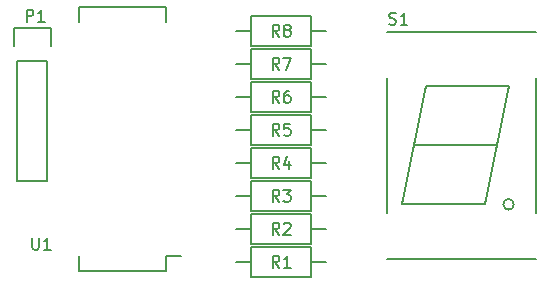
<source format=gto>
G04 #@! TF.FileFunction,Legend,Top*
%FSLAX46Y46*%
G04 Gerber Fmt 4.6, Leading zero omitted, Abs format (unit mm)*
G04 Created by KiCad (PCBNEW (2015-11-17 BZR 6321)-product) date Tue 01 Dec 2015 04:11:32 PM PST*
%MOMM*%
G01*
G04 APERTURE LIST*
%ADD10C,0.100000*%
%ADD11C,0.150000*%
G04 APERTURE END LIST*
D10*
D11*
X153898000Y-117348000D02*
X153898000Y-115798000D01*
X153898000Y-115798000D02*
X156998000Y-115798000D01*
X156998000Y-115798000D02*
X156998000Y-117348000D01*
X156718000Y-118618000D02*
X156718000Y-128778000D01*
X156718000Y-128778000D02*
X154178000Y-128778000D01*
X154178000Y-128778000D02*
X154178000Y-118618000D01*
X156718000Y-118618000D02*
X154178000Y-118618000D01*
X179070000Y-136906000D02*
X173990000Y-136906000D01*
X173990000Y-136906000D02*
X173990000Y-134366000D01*
X173990000Y-134366000D02*
X179070000Y-134366000D01*
X179070000Y-134366000D02*
X179070000Y-136906000D01*
X179070000Y-135636000D02*
X180340000Y-135636000D01*
X173990000Y-135636000D02*
X172720000Y-135636000D01*
X179070000Y-134112000D02*
X173990000Y-134112000D01*
X173990000Y-134112000D02*
X173990000Y-131572000D01*
X173990000Y-131572000D02*
X179070000Y-131572000D01*
X179070000Y-131572000D02*
X179070000Y-134112000D01*
X179070000Y-132842000D02*
X180340000Y-132842000D01*
X173990000Y-132842000D02*
X172720000Y-132842000D01*
X179070000Y-131318000D02*
X173990000Y-131318000D01*
X173990000Y-131318000D02*
X173990000Y-128778000D01*
X173990000Y-128778000D02*
X179070000Y-128778000D01*
X179070000Y-128778000D02*
X179070000Y-131318000D01*
X179070000Y-130048000D02*
X180340000Y-130048000D01*
X173990000Y-130048000D02*
X172720000Y-130048000D01*
X179070000Y-128524000D02*
X173990000Y-128524000D01*
X173990000Y-128524000D02*
X173990000Y-125984000D01*
X173990000Y-125984000D02*
X179070000Y-125984000D01*
X179070000Y-125984000D02*
X179070000Y-128524000D01*
X179070000Y-127254000D02*
X180340000Y-127254000D01*
X173990000Y-127254000D02*
X172720000Y-127254000D01*
X179070000Y-125730000D02*
X173990000Y-125730000D01*
X173990000Y-125730000D02*
X173990000Y-123190000D01*
X173990000Y-123190000D02*
X179070000Y-123190000D01*
X179070000Y-123190000D02*
X179070000Y-125730000D01*
X179070000Y-124460000D02*
X180340000Y-124460000D01*
X173990000Y-124460000D02*
X172720000Y-124460000D01*
X179070000Y-122936000D02*
X173990000Y-122936000D01*
X173990000Y-122936000D02*
X173990000Y-120396000D01*
X173990000Y-120396000D02*
X179070000Y-120396000D01*
X179070000Y-120396000D02*
X179070000Y-122936000D01*
X179070000Y-121666000D02*
X180340000Y-121666000D01*
X173990000Y-121666000D02*
X172720000Y-121666000D01*
X179070000Y-120142000D02*
X173990000Y-120142000D01*
X173990000Y-120142000D02*
X173990000Y-117602000D01*
X173990000Y-117602000D02*
X179070000Y-117602000D01*
X179070000Y-117602000D02*
X179070000Y-120142000D01*
X179070000Y-118872000D02*
X180340000Y-118872000D01*
X173990000Y-118872000D02*
X172720000Y-118872000D01*
X179070000Y-117348000D02*
X173990000Y-117348000D01*
X173990000Y-117348000D02*
X173990000Y-114808000D01*
X173990000Y-114808000D02*
X179070000Y-114808000D01*
X179070000Y-114808000D02*
X179070000Y-117348000D01*
X179070000Y-116078000D02*
X180340000Y-116078000D01*
X173990000Y-116078000D02*
X172720000Y-116078000D01*
X196217214Y-130730000D02*
G75*
G03X196217214Y-130730000I-447214J0D01*
G01*
X188770000Y-120730000D02*
X187770000Y-125730000D01*
X187770000Y-125730000D02*
X186770000Y-130730000D01*
X186770000Y-130730000D02*
X193770000Y-130730000D01*
X193770000Y-130730000D02*
X194770000Y-125730000D01*
X195770000Y-120730000D02*
X194770000Y-125730000D01*
X194770000Y-125730000D02*
X187770000Y-125730000D01*
X188770000Y-120730000D02*
X195770000Y-120730000D01*
X198070000Y-135330000D02*
X185470000Y-135330000D01*
X185470000Y-120030000D02*
X185470000Y-131430000D01*
X198070000Y-120030000D02*
X198070000Y-131430000D01*
X185470000Y-116130000D02*
X198070000Y-116130000D01*
X166743000Y-136407000D02*
X166743000Y-135137000D01*
X159393000Y-136407000D02*
X159393000Y-135137000D01*
X159393000Y-114037000D02*
X159393000Y-115307000D01*
X166743000Y-114037000D02*
X166743000Y-115307000D01*
X166743000Y-136407000D02*
X159393000Y-136407000D01*
X166743000Y-114037000D02*
X159393000Y-114037000D01*
X166743000Y-135137000D02*
X168028000Y-135137000D01*
X154963905Y-115260381D02*
X154963905Y-114260381D01*
X155344858Y-114260381D01*
X155440096Y-114308000D01*
X155487715Y-114355619D01*
X155535334Y-114450857D01*
X155535334Y-114593714D01*
X155487715Y-114688952D01*
X155440096Y-114736571D01*
X155344858Y-114784190D01*
X154963905Y-114784190D01*
X156487715Y-115260381D02*
X155916286Y-115260381D01*
X156202000Y-115260381D02*
X156202000Y-114260381D01*
X156106762Y-114403238D01*
X156011524Y-114498476D01*
X155916286Y-114546095D01*
X176363334Y-136088381D02*
X176030000Y-135612190D01*
X175791905Y-136088381D02*
X175791905Y-135088381D01*
X176172858Y-135088381D01*
X176268096Y-135136000D01*
X176315715Y-135183619D01*
X176363334Y-135278857D01*
X176363334Y-135421714D01*
X176315715Y-135516952D01*
X176268096Y-135564571D01*
X176172858Y-135612190D01*
X175791905Y-135612190D01*
X177315715Y-136088381D02*
X176744286Y-136088381D01*
X177030000Y-136088381D02*
X177030000Y-135088381D01*
X176934762Y-135231238D01*
X176839524Y-135326476D01*
X176744286Y-135374095D01*
X176363334Y-133294381D02*
X176030000Y-132818190D01*
X175791905Y-133294381D02*
X175791905Y-132294381D01*
X176172858Y-132294381D01*
X176268096Y-132342000D01*
X176315715Y-132389619D01*
X176363334Y-132484857D01*
X176363334Y-132627714D01*
X176315715Y-132722952D01*
X176268096Y-132770571D01*
X176172858Y-132818190D01*
X175791905Y-132818190D01*
X176744286Y-132389619D02*
X176791905Y-132342000D01*
X176887143Y-132294381D01*
X177125239Y-132294381D01*
X177220477Y-132342000D01*
X177268096Y-132389619D01*
X177315715Y-132484857D01*
X177315715Y-132580095D01*
X177268096Y-132722952D01*
X176696667Y-133294381D01*
X177315715Y-133294381D01*
X176363334Y-130500381D02*
X176030000Y-130024190D01*
X175791905Y-130500381D02*
X175791905Y-129500381D01*
X176172858Y-129500381D01*
X176268096Y-129548000D01*
X176315715Y-129595619D01*
X176363334Y-129690857D01*
X176363334Y-129833714D01*
X176315715Y-129928952D01*
X176268096Y-129976571D01*
X176172858Y-130024190D01*
X175791905Y-130024190D01*
X176696667Y-129500381D02*
X177315715Y-129500381D01*
X176982381Y-129881333D01*
X177125239Y-129881333D01*
X177220477Y-129928952D01*
X177268096Y-129976571D01*
X177315715Y-130071810D01*
X177315715Y-130309905D01*
X177268096Y-130405143D01*
X177220477Y-130452762D01*
X177125239Y-130500381D01*
X176839524Y-130500381D01*
X176744286Y-130452762D01*
X176696667Y-130405143D01*
X176363334Y-127706381D02*
X176030000Y-127230190D01*
X175791905Y-127706381D02*
X175791905Y-126706381D01*
X176172858Y-126706381D01*
X176268096Y-126754000D01*
X176315715Y-126801619D01*
X176363334Y-126896857D01*
X176363334Y-127039714D01*
X176315715Y-127134952D01*
X176268096Y-127182571D01*
X176172858Y-127230190D01*
X175791905Y-127230190D01*
X177220477Y-127039714D02*
X177220477Y-127706381D01*
X176982381Y-126658762D02*
X176744286Y-127373048D01*
X177363334Y-127373048D01*
X176363334Y-124912381D02*
X176030000Y-124436190D01*
X175791905Y-124912381D02*
X175791905Y-123912381D01*
X176172858Y-123912381D01*
X176268096Y-123960000D01*
X176315715Y-124007619D01*
X176363334Y-124102857D01*
X176363334Y-124245714D01*
X176315715Y-124340952D01*
X176268096Y-124388571D01*
X176172858Y-124436190D01*
X175791905Y-124436190D01*
X177268096Y-123912381D02*
X176791905Y-123912381D01*
X176744286Y-124388571D01*
X176791905Y-124340952D01*
X176887143Y-124293333D01*
X177125239Y-124293333D01*
X177220477Y-124340952D01*
X177268096Y-124388571D01*
X177315715Y-124483810D01*
X177315715Y-124721905D01*
X177268096Y-124817143D01*
X177220477Y-124864762D01*
X177125239Y-124912381D01*
X176887143Y-124912381D01*
X176791905Y-124864762D01*
X176744286Y-124817143D01*
X176363334Y-122118381D02*
X176030000Y-121642190D01*
X175791905Y-122118381D02*
X175791905Y-121118381D01*
X176172858Y-121118381D01*
X176268096Y-121166000D01*
X176315715Y-121213619D01*
X176363334Y-121308857D01*
X176363334Y-121451714D01*
X176315715Y-121546952D01*
X176268096Y-121594571D01*
X176172858Y-121642190D01*
X175791905Y-121642190D01*
X177220477Y-121118381D02*
X177030000Y-121118381D01*
X176934762Y-121166000D01*
X176887143Y-121213619D01*
X176791905Y-121356476D01*
X176744286Y-121546952D01*
X176744286Y-121927905D01*
X176791905Y-122023143D01*
X176839524Y-122070762D01*
X176934762Y-122118381D01*
X177125239Y-122118381D01*
X177220477Y-122070762D01*
X177268096Y-122023143D01*
X177315715Y-121927905D01*
X177315715Y-121689810D01*
X177268096Y-121594571D01*
X177220477Y-121546952D01*
X177125239Y-121499333D01*
X176934762Y-121499333D01*
X176839524Y-121546952D01*
X176791905Y-121594571D01*
X176744286Y-121689810D01*
X176363334Y-119324381D02*
X176030000Y-118848190D01*
X175791905Y-119324381D02*
X175791905Y-118324381D01*
X176172858Y-118324381D01*
X176268096Y-118372000D01*
X176315715Y-118419619D01*
X176363334Y-118514857D01*
X176363334Y-118657714D01*
X176315715Y-118752952D01*
X176268096Y-118800571D01*
X176172858Y-118848190D01*
X175791905Y-118848190D01*
X176696667Y-118324381D02*
X177363334Y-118324381D01*
X176934762Y-119324381D01*
X176363334Y-116530381D02*
X176030000Y-116054190D01*
X175791905Y-116530381D02*
X175791905Y-115530381D01*
X176172858Y-115530381D01*
X176268096Y-115578000D01*
X176315715Y-115625619D01*
X176363334Y-115720857D01*
X176363334Y-115863714D01*
X176315715Y-115958952D01*
X176268096Y-116006571D01*
X176172858Y-116054190D01*
X175791905Y-116054190D01*
X176934762Y-115958952D02*
X176839524Y-115911333D01*
X176791905Y-115863714D01*
X176744286Y-115768476D01*
X176744286Y-115720857D01*
X176791905Y-115625619D01*
X176839524Y-115578000D01*
X176934762Y-115530381D01*
X177125239Y-115530381D01*
X177220477Y-115578000D01*
X177268096Y-115625619D01*
X177315715Y-115720857D01*
X177315715Y-115768476D01*
X177268096Y-115863714D01*
X177220477Y-115911333D01*
X177125239Y-115958952D01*
X176934762Y-115958952D01*
X176839524Y-116006571D01*
X176791905Y-116054190D01*
X176744286Y-116149429D01*
X176744286Y-116339905D01*
X176791905Y-116435143D01*
X176839524Y-116482762D01*
X176934762Y-116530381D01*
X177125239Y-116530381D01*
X177220477Y-116482762D01*
X177268096Y-116435143D01*
X177315715Y-116339905D01*
X177315715Y-116149429D01*
X177268096Y-116054190D01*
X177220477Y-116006571D01*
X177125239Y-115958952D01*
X185674095Y-115466762D02*
X185816952Y-115514381D01*
X186055048Y-115514381D01*
X186150286Y-115466762D01*
X186197905Y-115419143D01*
X186245524Y-115323905D01*
X186245524Y-115228667D01*
X186197905Y-115133429D01*
X186150286Y-115085810D01*
X186055048Y-115038190D01*
X185864571Y-114990571D01*
X185769333Y-114942952D01*
X185721714Y-114895333D01*
X185674095Y-114800095D01*
X185674095Y-114704857D01*
X185721714Y-114609619D01*
X185769333Y-114562000D01*
X185864571Y-114514381D01*
X186102667Y-114514381D01*
X186245524Y-114562000D01*
X187197905Y-115514381D02*
X186626476Y-115514381D01*
X186912190Y-115514381D02*
X186912190Y-114514381D01*
X186816952Y-114657238D01*
X186721714Y-114752476D01*
X186626476Y-114800095D01*
X155448095Y-133564381D02*
X155448095Y-134373905D01*
X155495714Y-134469143D01*
X155543333Y-134516762D01*
X155638571Y-134564381D01*
X155829048Y-134564381D01*
X155924286Y-134516762D01*
X155971905Y-134469143D01*
X156019524Y-134373905D01*
X156019524Y-133564381D01*
X157019524Y-134564381D02*
X156448095Y-134564381D01*
X156733809Y-134564381D02*
X156733809Y-133564381D01*
X156638571Y-133707238D01*
X156543333Y-133802476D01*
X156448095Y-133850095D01*
M02*

</source>
